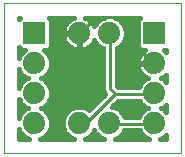
<source format=gtl>
G75*
%MOIN*%
%OFA0B0*%
%FSLAX25Y25*%
%IPPOS*%
%LPD*%
%AMOC8*
5,1,8,0,0,1.08239X$1,22.5*
%
%ADD10C,0.00000*%
%ADD11R,0.07400X0.07400*%
%ADD12C,0.07400*%
%ADD13C,0.01000*%
%ADD14C,0.01600*%
%ADD15C,0.00984*%
D10*
X0001800Y0001800D02*
X0001800Y0051761D01*
X0060501Y0051761D01*
X0060501Y0001800D01*
X0001800Y0001800D01*
D11*
X0011800Y0041800D03*
X0051800Y0041800D03*
D12*
X0051800Y0031800D03*
X0051800Y0021800D03*
X0051800Y0011800D03*
X0036800Y0011800D03*
X0026800Y0011800D03*
X0011800Y0011800D03*
X0011800Y0021800D03*
X0011800Y0031800D03*
X0026800Y0041800D03*
X0036800Y0041800D03*
D13*
X0036900Y0041400D01*
X0036900Y0023400D01*
X0038700Y0021600D01*
X0051300Y0021600D01*
X0051800Y0021800D01*
X0051800Y0011800D02*
X0051300Y0011700D01*
X0036900Y0011700D01*
X0036800Y0011800D01*
X0029700Y0012600D02*
X0038700Y0021600D01*
X0029700Y0012600D02*
X0027000Y0012600D01*
X0026800Y0011800D01*
X0051300Y0032400D02*
X0051800Y0031800D01*
D14*
X0051600Y0032000D02*
X0051600Y0031600D01*
X0046300Y0031600D01*
X0046300Y0031367D01*
X0046435Y0030512D01*
X0046703Y0029689D01*
X0047096Y0028917D01*
X0047605Y0028217D01*
X0048217Y0027605D01*
X0048917Y0027096D01*
X0049517Y0026790D01*
X0048693Y0026449D01*
X0047151Y0024907D01*
X0046727Y0023884D01*
X0039646Y0023884D01*
X0039184Y0024346D01*
X0039184Y0036851D01*
X0039907Y0037151D01*
X0041449Y0038693D01*
X0042284Y0040709D01*
X0042284Y0042891D01*
X0041449Y0044907D01*
X0039907Y0046449D01*
X0038672Y0046961D01*
X0047037Y0046961D01*
X0046316Y0046239D01*
X0046316Y0037361D01*
X0047361Y0036316D01*
X0048658Y0036316D01*
X0048217Y0035995D01*
X0047605Y0035383D01*
X0047096Y0034683D01*
X0046703Y0033911D01*
X0046435Y0033088D01*
X0046300Y0032233D01*
X0046300Y0032000D01*
X0051600Y0032000D01*
X0047594Y0035369D02*
X0039184Y0035369D01*
X0039184Y0033770D02*
X0046657Y0033770D01*
X0046300Y0032172D02*
X0039184Y0032172D01*
X0039184Y0030573D02*
X0046426Y0030573D01*
X0047067Y0028975D02*
X0039184Y0028975D01*
X0039184Y0027376D02*
X0048532Y0027376D01*
X0048022Y0025778D02*
X0039184Y0025778D01*
X0039351Y0024179D02*
X0046849Y0024179D01*
X0046893Y0019316D02*
X0047151Y0018693D01*
X0048693Y0017151D01*
X0049540Y0016800D01*
X0048693Y0016449D01*
X0047151Y0014907D01*
X0046769Y0013984D01*
X0041831Y0013984D01*
X0041449Y0014907D01*
X0039907Y0016449D01*
X0037891Y0017284D01*
X0037615Y0017284D01*
X0039646Y0019316D01*
X0046893Y0019316D01*
X0048059Y0017785D02*
X0038116Y0017785D01*
X0040169Y0016187D02*
X0048431Y0016187D01*
X0047019Y0014588D02*
X0041581Y0014588D01*
X0041749Y0009416D02*
X0046851Y0009416D01*
X0047151Y0008693D01*
X0048693Y0007151D01*
X0050023Y0006600D01*
X0038577Y0006600D01*
X0039907Y0007151D01*
X0041449Y0008693D01*
X0041749Y0009416D01*
X0040950Y0008194D02*
X0047650Y0008194D01*
X0053577Y0006600D02*
X0054907Y0007151D01*
X0055701Y0007945D01*
X0055701Y0006600D01*
X0053577Y0006600D01*
X0055701Y0015655D02*
X0054907Y0016449D01*
X0054060Y0016800D01*
X0054907Y0017151D01*
X0055701Y0017945D01*
X0055701Y0015655D01*
X0055701Y0016187D02*
X0055169Y0016187D01*
X0055541Y0017785D02*
X0055701Y0017785D01*
X0055701Y0025655D02*
X0054907Y0026449D01*
X0054083Y0026790D01*
X0054683Y0027096D01*
X0055383Y0027605D01*
X0055701Y0027923D01*
X0055701Y0025655D01*
X0055701Y0025778D02*
X0055578Y0025778D01*
X0055701Y0027376D02*
X0055068Y0027376D01*
X0055701Y0035677D02*
X0055383Y0035995D01*
X0054942Y0036316D01*
X0055701Y0036316D01*
X0055701Y0035677D01*
X0046709Y0036967D02*
X0039464Y0036967D01*
X0041322Y0038566D02*
X0046316Y0038566D01*
X0046316Y0040164D02*
X0042059Y0040164D01*
X0042284Y0041763D02*
X0046316Y0041763D01*
X0046316Y0043361D02*
X0042089Y0043361D01*
X0041396Y0044960D02*
X0046316Y0044960D01*
X0046635Y0046558D02*
X0039643Y0046558D01*
X0034928Y0046961D02*
X0028716Y0046961D01*
X0028911Y0046897D01*
X0029683Y0046504D01*
X0030383Y0045995D01*
X0030995Y0045383D01*
X0031504Y0044683D01*
X0031810Y0044083D01*
X0032151Y0044907D01*
X0033693Y0046449D01*
X0034928Y0046961D01*
X0033957Y0046558D02*
X0029576Y0046558D01*
X0031303Y0044960D02*
X0032204Y0044960D01*
X0026886Y0041714D02*
X0026886Y0036300D01*
X0027233Y0036300D01*
X0028088Y0036435D01*
X0028911Y0036703D01*
X0029683Y0037096D01*
X0030383Y0037605D01*
X0030995Y0038217D01*
X0031504Y0038917D01*
X0031810Y0039517D01*
X0032151Y0038693D01*
X0033693Y0037151D01*
X0034616Y0036769D01*
X0034616Y0022454D01*
X0035470Y0021600D01*
X0030113Y0016243D01*
X0029907Y0016449D01*
X0027891Y0017284D01*
X0025709Y0017284D01*
X0023693Y0016449D01*
X0022151Y0014907D01*
X0021316Y0012891D01*
X0021316Y0010709D01*
X0022151Y0008693D01*
X0023693Y0007151D01*
X0025023Y0006600D01*
X0013577Y0006600D01*
X0014907Y0007151D01*
X0016449Y0008693D01*
X0017284Y0010709D01*
X0017284Y0012891D01*
X0016449Y0014907D01*
X0014907Y0016449D01*
X0014060Y0016800D01*
X0014907Y0017151D01*
X0016449Y0018693D01*
X0017284Y0020709D01*
X0017284Y0022891D01*
X0016449Y0024907D01*
X0014907Y0026449D01*
X0014060Y0026800D01*
X0014907Y0027151D01*
X0016449Y0028693D01*
X0017284Y0030709D01*
X0017284Y0032891D01*
X0016449Y0034907D01*
X0015040Y0036316D01*
X0016239Y0036316D01*
X0017284Y0037361D01*
X0017284Y0046239D01*
X0016563Y0046961D01*
X0024884Y0046961D01*
X0024689Y0046897D01*
X0023917Y0046504D01*
X0023217Y0045995D01*
X0022605Y0045383D01*
X0022096Y0044683D01*
X0021703Y0043911D01*
X0021435Y0043088D01*
X0021300Y0042233D01*
X0021300Y0041886D01*
X0026714Y0041886D01*
X0026714Y0041714D01*
X0021300Y0041714D01*
X0021300Y0041367D01*
X0021435Y0040512D01*
X0021703Y0039689D01*
X0022096Y0038917D01*
X0022605Y0038217D01*
X0023217Y0037605D01*
X0023917Y0037096D01*
X0024689Y0036703D01*
X0025512Y0036435D01*
X0026367Y0036300D01*
X0026714Y0036300D01*
X0026714Y0041714D01*
X0026886Y0041714D01*
X0026714Y0041763D02*
X0017284Y0041763D01*
X0017284Y0043361D02*
X0021524Y0043361D01*
X0022297Y0044960D02*
X0017284Y0044960D01*
X0016965Y0046558D02*
X0024024Y0046558D01*
X0021548Y0040164D02*
X0017284Y0040164D01*
X0017284Y0038566D02*
X0022351Y0038566D01*
X0024170Y0036967D02*
X0016891Y0036967D01*
X0015987Y0035369D02*
X0034616Y0035369D01*
X0034616Y0033770D02*
X0016920Y0033770D01*
X0017284Y0032172D02*
X0034616Y0032172D01*
X0034616Y0030573D02*
X0017228Y0030573D01*
X0016566Y0028975D02*
X0034616Y0028975D01*
X0034616Y0027376D02*
X0015132Y0027376D01*
X0015578Y0025778D02*
X0034616Y0025778D01*
X0034616Y0024179D02*
X0016751Y0024179D01*
X0017284Y0022581D02*
X0034616Y0022581D01*
X0034852Y0020982D02*
X0017284Y0020982D01*
X0016735Y0019384D02*
X0033253Y0019384D01*
X0031655Y0017785D02*
X0015541Y0017785D01*
X0015169Y0016187D02*
X0023431Y0016187D01*
X0022019Y0014588D02*
X0016581Y0014588D01*
X0017243Y0012990D02*
X0021357Y0012990D01*
X0021316Y0011391D02*
X0017284Y0011391D01*
X0016905Y0009793D02*
X0021695Y0009793D01*
X0022650Y0008194D02*
X0015950Y0008194D01*
X0010023Y0006600D02*
X0006600Y0006600D01*
X0006600Y0010023D01*
X0007151Y0008693D01*
X0008693Y0007151D01*
X0010023Y0006600D01*
X0007650Y0008194D02*
X0006600Y0008194D01*
X0006600Y0009793D02*
X0006695Y0009793D01*
X0006600Y0013577D02*
X0006600Y0020023D01*
X0007151Y0018693D01*
X0008693Y0017151D01*
X0009540Y0016800D01*
X0008693Y0016449D01*
X0007151Y0014907D01*
X0006600Y0013577D01*
X0006600Y0014588D02*
X0007019Y0014588D01*
X0006600Y0016187D02*
X0008431Y0016187D01*
X0008059Y0017785D02*
X0006600Y0017785D01*
X0006600Y0019384D02*
X0006865Y0019384D01*
X0006600Y0023577D02*
X0006600Y0030023D01*
X0007151Y0028693D01*
X0008693Y0027151D01*
X0009540Y0026800D01*
X0008693Y0026449D01*
X0007151Y0024907D01*
X0006600Y0023577D01*
X0006600Y0024179D02*
X0006849Y0024179D01*
X0006600Y0025778D02*
X0008022Y0025778D01*
X0008468Y0027376D02*
X0006600Y0027376D01*
X0006600Y0028975D02*
X0007034Y0028975D01*
X0006600Y0033577D02*
X0006600Y0037077D01*
X0007361Y0036316D01*
X0008560Y0036316D01*
X0007151Y0034907D01*
X0006600Y0033577D01*
X0006600Y0033770D02*
X0006680Y0033770D01*
X0006600Y0035369D02*
X0007613Y0035369D01*
X0006709Y0036967D02*
X0006600Y0036967D01*
X0006600Y0046523D02*
X0006600Y0046961D01*
X0007037Y0046961D01*
X0006600Y0046523D01*
X0006600Y0046558D02*
X0006635Y0046558D01*
X0026714Y0040164D02*
X0026886Y0040164D01*
X0026886Y0038566D02*
X0026714Y0038566D01*
X0026714Y0036967D02*
X0026886Y0036967D01*
X0029430Y0036967D02*
X0034136Y0036967D01*
X0032278Y0038566D02*
X0031249Y0038566D01*
X0031800Y0009540D02*
X0032151Y0008693D01*
X0033693Y0007151D01*
X0035023Y0006600D01*
X0028577Y0006600D01*
X0029907Y0007151D01*
X0031449Y0008693D01*
X0031800Y0009540D01*
X0030950Y0008194D02*
X0032650Y0008194D01*
D15*
X0051013Y0032312D02*
X0051800Y0031800D01*
X0051013Y0032312D02*
X0042154Y0041170D01*
X0042154Y0044123D01*
X0039202Y0047076D01*
X0032312Y0047076D01*
X0027391Y0042154D01*
X0026800Y0041800D01*
M02*

</source>
